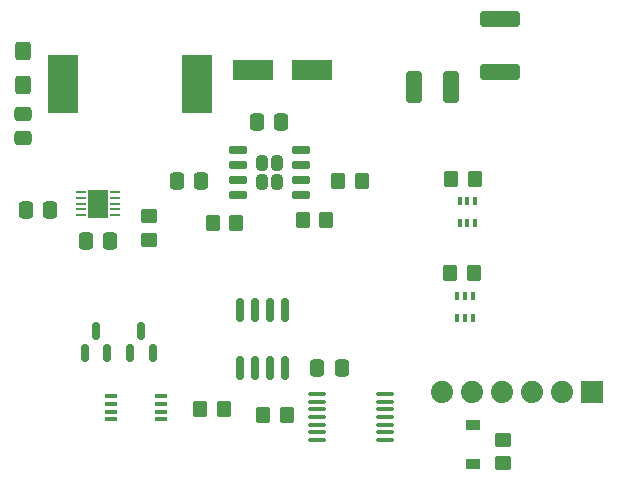
<source format=gbr>
%TF.GenerationSoftware,KiCad,Pcbnew,6.0.11-2627ca5db0~126~ubuntu22.04.1*%
%TF.CreationDate,2023-02-18T01:34:50-05:00*%
%TF.ProjectId,lin-coolant-temperature,6c696e2d-636f-46f6-9c61-6e742d74656d,1.0*%
%TF.SameCoordinates,Original*%
%TF.FileFunction,Paste,Top*%
%TF.FilePolarity,Positive*%
%FSLAX46Y46*%
G04 Gerber Fmt 4.6, Leading zero omitted, Abs format (unit mm)*
G04 Created by KiCad (PCBNEW 6.0.11-2627ca5db0~126~ubuntu22.04.1) date 2023-02-18 01:34:50*
%MOMM*%
%LPD*%
G01*
G04 APERTURE LIST*
G04 Aperture macros list*
%AMRoundRect*
0 Rectangle with rounded corners*
0 $1 Rounding radius*
0 $2 $3 $4 $5 $6 $7 $8 $9 X,Y pos of 4 corners*
0 Add a 4 corners polygon primitive as box body*
4,1,4,$2,$3,$4,$5,$6,$7,$8,$9,$2,$3,0*
0 Add four circle primitives for the rounded corners*
1,1,$1+$1,$2,$3*
1,1,$1+$1,$4,$5*
1,1,$1+$1,$6,$7*
1,1,$1+$1,$8,$9*
0 Add four rect primitives between the rounded corners*
20,1,$1+$1,$2,$3,$4,$5,0*
20,1,$1+$1,$4,$5,$6,$7,0*
20,1,$1+$1,$6,$7,$8,$9,0*
20,1,$1+$1,$8,$9,$2,$3,0*%
G04 Aperture macros list end*
%ADD10R,0.400000X0.650000*%
%ADD11RoundRect,0.250000X-0.350000X-0.450000X0.350000X-0.450000X0.350000X0.450000X-0.350000X0.450000X0*%
%ADD12RoundRect,0.100000X-0.637500X-0.100000X0.637500X-0.100000X0.637500X0.100000X-0.637500X0.100000X0*%
%ADD13RoundRect,0.250000X0.350000X0.450000X-0.350000X0.450000X-0.350000X-0.450000X0.350000X-0.450000X0*%
%ADD14RoundRect,0.250000X-0.475000X0.337500X-0.475000X-0.337500X0.475000X-0.337500X0.475000X0.337500X0*%
%ADD15RoundRect,0.250000X0.450000X-0.350000X0.450000X0.350000X-0.450000X0.350000X-0.450000X-0.350000X0*%
%ADD16RoundRect,0.250000X1.450000X-0.400000X1.450000X0.400000X-1.450000X0.400000X-1.450000X-0.400000X0*%
%ADD17R,3.500000X1.800000*%
%ADD18RoundRect,0.250000X0.337500X0.475000X-0.337500X0.475000X-0.337500X-0.475000X0.337500X-0.475000X0*%
%ADD19RoundRect,0.250000X0.425000X-0.537500X0.425000X0.537500X-0.425000X0.537500X-0.425000X-0.537500X0*%
%ADD20RoundRect,0.150000X0.150000X-0.825000X0.150000X0.825000X-0.150000X0.825000X-0.150000X-0.825000X0*%
%ADD21RoundRect,0.150000X0.150000X-0.587500X0.150000X0.587500X-0.150000X0.587500X-0.150000X-0.587500X0*%
%ADD22RoundRect,0.250000X-0.337500X-0.475000X0.337500X-0.475000X0.337500X0.475000X-0.337500X0.475000X0*%
%ADD23RoundRect,0.250000X0.412500X1.100000X-0.412500X1.100000X-0.412500X-1.100000X0.412500X-1.100000X0*%
%ADD24R,1.100000X0.400000*%
%ADD25R,2.590800X5.003800*%
%ADD26R,1.200000X0.900000*%
%ADD27RoundRect,0.242500X-0.242500X-0.402500X0.242500X-0.402500X0.242500X0.402500X-0.242500X0.402500X0*%
%ADD28RoundRect,0.150000X-0.650000X-0.150000X0.650000X-0.150000X0.650000X0.150000X-0.650000X0.150000X0*%
%ADD29R,0.812800X0.254000*%
%ADD30R,1.752600X2.489200*%
%ADD31R,1.879600X1.879600*%
%ADD32C,1.879600*%
G04 APERTURE END LIST*
D10*
%TO.C,U7*%
X216400000Y-83675000D03*
X215750000Y-83675000D03*
X215100000Y-83675000D03*
X215100000Y-85575000D03*
X215750000Y-85575000D03*
X216400000Y-85575000D03*
%TD*%
%TO.C,U6*%
X216600000Y-75600000D03*
X215950000Y-75600000D03*
X215300000Y-75600000D03*
X215300000Y-77500000D03*
X215950000Y-77500000D03*
X216600000Y-77500000D03*
%TD*%
D11*
%TO.C,R19*%
X214475000Y-81700000D03*
X216475000Y-81700000D03*
%TD*%
%TO.C,R18*%
X216600000Y-73775000D03*
X214600000Y-73775000D03*
%TD*%
D12*
%TO.C,U2*%
X203237500Y-91975000D03*
X203237500Y-92625000D03*
X203237500Y-93275000D03*
X203237500Y-93925000D03*
X203237500Y-94575000D03*
X203237500Y-95225000D03*
X203237500Y-95875000D03*
X208962500Y-95875000D03*
X208962500Y-95225000D03*
X208962500Y-94575000D03*
X208962500Y-93925000D03*
X208962500Y-93275000D03*
X208962500Y-92625000D03*
X208962500Y-91975000D03*
%TD*%
D13*
%TO.C,R12*%
X207000000Y-73900000D03*
X205000000Y-73900000D03*
%TD*%
D14*
%TO.C,C10*%
X178350000Y-68262500D03*
X178350000Y-70337500D03*
%TD*%
D15*
%TO.C,R5*%
X218925000Y-97850000D03*
X218925000Y-95850000D03*
%TD*%
D16*
%TO.C,F1*%
X218700000Y-64700000D03*
X218700000Y-60250000D03*
%TD*%
D17*
%TO.C,D2*%
X197800000Y-64500000D03*
X202800000Y-64500000D03*
%TD*%
D18*
%TO.C,C11*%
X180625000Y-76400000D03*
X178550000Y-76400000D03*
%TD*%
%TO.C,C5*%
X200200000Y-68900000D03*
X198125000Y-68900000D03*
%TD*%
D19*
%TO.C,C9*%
X178350000Y-65787500D03*
X178350000Y-62912500D03*
%TD*%
D20*
%TO.C,U1*%
X196670000Y-89800000D03*
X197940000Y-89800000D03*
X199210000Y-89800000D03*
X200480000Y-89800000D03*
X200480000Y-84850000D03*
X199210000Y-84850000D03*
X197940000Y-84850000D03*
X196670000Y-84850000D03*
%TD*%
D21*
%TO.C,Q1*%
X187400000Y-88475000D03*
X189300000Y-88475000D03*
X188350000Y-86600000D03*
%TD*%
D22*
%TO.C,C3*%
X183637500Y-78975000D03*
X185712500Y-78975000D03*
%TD*%
D18*
%TO.C,C6*%
X193437500Y-73900000D03*
X191362500Y-73900000D03*
%TD*%
D23*
%TO.C,C4*%
X214525000Y-66000000D03*
X211400000Y-66000000D03*
%TD*%
D11*
%TO.C,R1*%
X193325000Y-93250000D03*
X195325000Y-93250000D03*
%TD*%
D18*
%TO.C,C1*%
X205300000Y-89775000D03*
X203225000Y-89775000D03*
%TD*%
D24*
%TO.C,U3*%
X185750000Y-92175000D03*
X185750000Y-92825000D03*
X185750000Y-93475000D03*
X185750000Y-94125000D03*
X190050000Y-94125000D03*
X190050000Y-93475000D03*
X190050000Y-92825000D03*
X190050000Y-92175000D03*
%TD*%
D11*
%TO.C,R16*%
X194400000Y-77500000D03*
X196400000Y-77500000D03*
%TD*%
D25*
%TO.C,L1*%
X193100000Y-65700000D03*
X181695400Y-65700000D03*
%TD*%
D15*
%TO.C,R10*%
X188975000Y-78900000D03*
X188975000Y-76900000D03*
%TD*%
D26*
%TO.C,D1*%
X216400000Y-97875000D03*
X216400000Y-94575000D03*
%TD*%
D27*
%TO.C,U5*%
X198600000Y-72400000D03*
X198600000Y-74000000D03*
X199800000Y-74000000D03*
X199800000Y-72400000D03*
D28*
X196550000Y-71295000D03*
X196550000Y-72565000D03*
X196550000Y-73835000D03*
X196550000Y-75105000D03*
X201850000Y-75105000D03*
X201850000Y-73835000D03*
X201850000Y-72565000D03*
X201850000Y-71295000D03*
%TD*%
D29*
%TO.C,U4*%
X183252200Y-74849999D03*
X183252200Y-75350001D03*
X183252200Y-75850000D03*
X183252200Y-76349999D03*
X183252200Y-76850001D03*
X186147800Y-76850001D03*
X186147800Y-76349999D03*
X186147800Y-75850000D03*
X186147800Y-75350001D03*
X186147800Y-74849999D03*
D30*
X184700000Y-75850000D03*
%TD*%
D21*
%TO.C,Q2*%
X183550000Y-88525000D03*
X185450000Y-88525000D03*
X184500000Y-86650000D03*
%TD*%
D11*
%TO.C,R14*%
X202000000Y-77200000D03*
X204000000Y-77200000D03*
%TD*%
%TO.C,R2*%
X198675000Y-93775000D03*
X200675000Y-93775000D03*
%TD*%
D31*
%TO.C,J1*%
X226520000Y-91800000D03*
D32*
X223980000Y-91800000D03*
X221440000Y-91800000D03*
X218900000Y-91800000D03*
X216360000Y-91800000D03*
X213820000Y-91800000D03*
%TD*%
M02*

</source>
